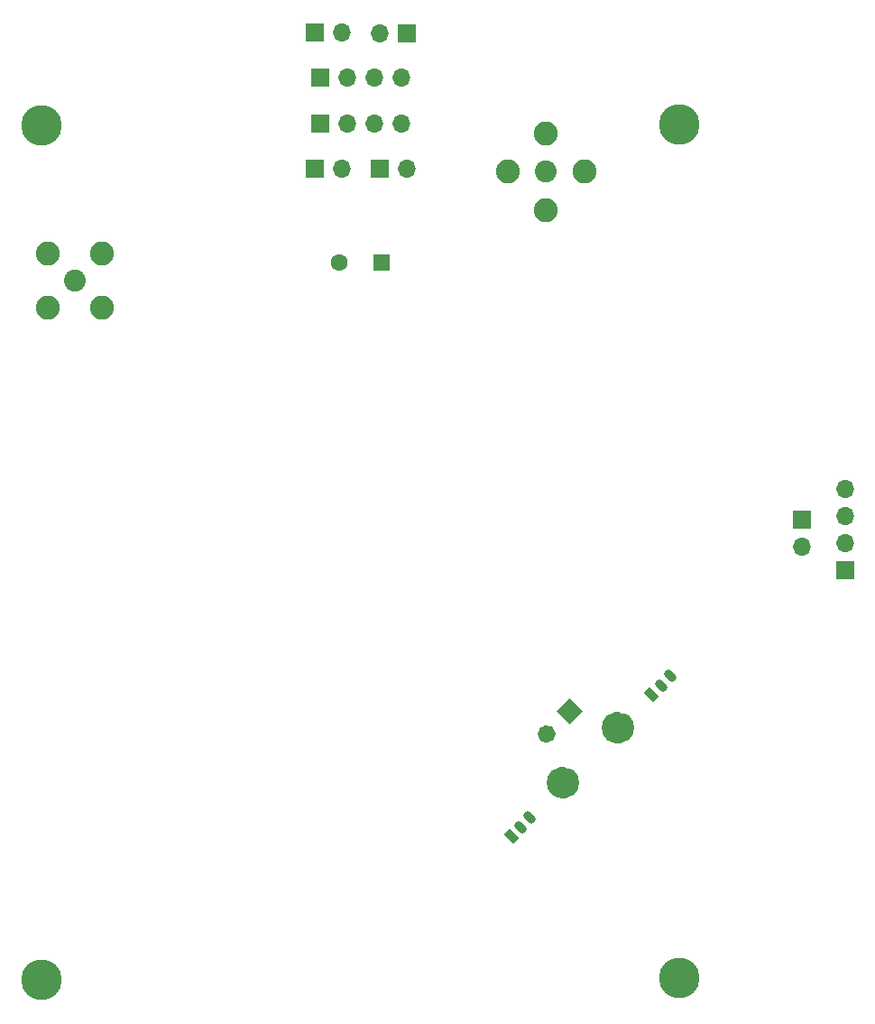
<source format=gbs>
G04 #@! TF.GenerationSoftware,KiCad,Pcbnew,(6.0.6)*
G04 #@! TF.CreationDate,2023-02-05T11:55:43-05:00*
G04 #@! TF.ProjectId,NoseConeBoardV1,4e6f7365-436f-46e6-9542-6f6172645631,rev?*
G04 #@! TF.SameCoordinates,Original*
G04 #@! TF.FileFunction,Soldermask,Bot*
G04 #@! TF.FilePolarity,Negative*
%FSLAX46Y46*%
G04 Gerber Fmt 4.6, Leading zero omitted, Abs format (unit mm)*
G04 Created by KiCad (PCBNEW (6.0.6)) date 2023-02-05 11:55:43*
%MOMM*%
%LPD*%
G01*
G04 APERTURE LIST*
G04 Aperture macros list*
%AMRoundRect*
0 Rectangle with rounded corners*
0 $1 Rounding radius*
0 $2 $3 $4 $5 $6 $7 $8 $9 X,Y pos of 4 corners*
0 Add a 4 corners polygon primitive as box body*
4,1,4,$2,$3,$4,$5,$6,$7,$8,$9,$2,$3,0*
0 Add four circle primitives for the rounded corners*
1,1,$1+$1,$2,$3*
1,1,$1+$1,$4,$5*
1,1,$1+$1,$6,$7*
1,1,$1+$1,$8,$9*
0 Add four rect primitives between the rounded corners*
20,1,$1+$1,$2,$3,$4,$5,0*
20,1,$1+$1,$4,$5,$6,$7,0*
20,1,$1+$1,$6,$7,$8,$9,0*
20,1,$1+$1,$8,$9,$2,$3,0*%
%AMHorizOval*
0 Thick line with rounded ends*
0 $1 width*
0 $2 $3 position (X,Y) of the first rounded end (center of the circle)*
0 $4 $5 position (X,Y) of the second rounded end (center of the circle)*
0 Add line between two ends*
20,1,$1,$2,$3,$4,$5,0*
0 Add two circle primitives to create the rounded ends*
1,1,$1,$2,$3*
1,1,$1,$4,$5*%
G04 Aperture macros list end*
%ADD10C,1.531200*%
%ADD11C,0.836200*%
%ADD12C,0.010000*%
%ADD13R,1.700000X1.700000*%
%ADD14O,1.700000X1.700000*%
%ADD15C,3.800000*%
%ADD16RoundRect,0.200000X0.176777X-0.459619X0.459619X-0.176777X-0.176777X0.459619X-0.459619X0.176777X0*%
%ADD17HorizOval,0.800000X-0.176777X0.176777X0.176777X-0.176777X0*%
%ADD18C,2.050000*%
%ADD19C,2.250000*%
%ADD20R,1.600000X1.600000*%
%ADD21C,1.600000*%
G04 APERTURE END LIST*
D10*
X229745166Y-171641446D02*
G75*
G03*
X229745166Y-171641446I-765600J0D01*
G01*
X234907046Y-166479567D02*
G75*
G03*
X234907046Y-166479567I-765600J0D01*
G01*
D11*
X227863245Y-167066465D02*
G75*
G03*
X227863245Y-167066465I-418100J0D01*
G01*
G36*
X230749030Y-164945145D02*
G01*
X229566465Y-166127710D01*
X228383900Y-164945145D01*
X229566465Y-163762580D01*
X230749030Y-164945145D01*
G37*
D12*
X230749030Y-164945145D02*
X229566465Y-166127710D01*
X228383900Y-164945145D01*
X229566465Y-163762580D01*
X230749030Y-164945145D01*
D13*
X211820001Y-114000000D03*
D14*
X214360001Y-114000000D03*
D13*
X205670001Y-114000000D03*
D14*
X208210001Y-114000000D03*
D13*
X206200000Y-109775000D03*
D14*
X208740000Y-109775000D03*
X211280000Y-109775000D03*
X213820000Y-109775000D03*
D15*
X180000000Y-190100000D03*
X239900000Y-109900000D03*
D13*
X255475000Y-151700000D03*
D14*
X255475000Y-149160000D03*
X255475000Y-146620000D03*
X255475000Y-144080000D03*
D13*
X206220001Y-105500000D03*
D14*
X208760001Y-105500000D03*
X211300001Y-105500000D03*
X213840001Y-105500000D03*
D16*
X224114035Y-176681802D03*
D17*
X224997918Y-175797919D03*
X225881802Y-174914035D03*
D13*
X251425000Y-146950000D03*
D14*
X251425000Y-149490000D03*
D18*
X183200000Y-124500000D03*
D19*
X180660000Y-127040000D03*
X185740000Y-127040000D03*
X180660000Y-121960000D03*
X185740000Y-121960000D03*
D18*
X227400000Y-114300000D03*
D19*
X223807898Y-114300000D03*
X227400000Y-110707898D03*
X227400000Y-117892102D03*
X230992102Y-114300000D03*
D13*
X214370001Y-101300000D03*
D14*
X211830001Y-101300000D03*
D16*
X237314035Y-163381802D03*
D17*
X238197918Y-162497919D03*
X239081802Y-161614035D03*
D20*
X212000000Y-122800000D03*
D21*
X208000000Y-122800000D03*
D15*
X180000000Y-110000000D03*
D13*
X205670001Y-101275000D03*
D14*
X208210001Y-101275000D03*
D15*
X239900000Y-190000000D03*
M02*

</source>
